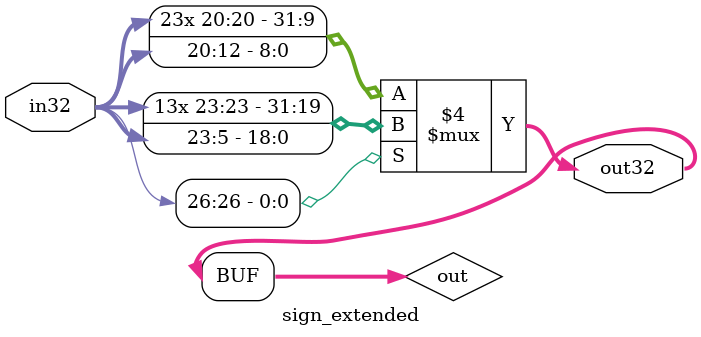
<source format=sv>
/***************************************************************************************************
will sign extended 9 bits to 32 bit values
***************************************************************************************************/


module sign_extended(in32, out32);
	input wire [31:0] in32;
	output wire[31:0] out32;

	reg[31:0]  out;
	assign out32 = out;

	always @ (in32) begin
		if (in32[26] == 1'b1) // means branch
			out = {{13 {in32[23]}}, in32[23:5]};
		else // means store or load
			out = {{23 {in32[20]}}, in32[20:12]};
	end
endmodule

/*
module tb_sign_extended;
	reg[31:0] in32;
	wire[31:0] out;

	sign_extended u0(
		.in32(in32),
		.out32(out)
	);


	initial begin
		in32[26] = 1'b0;
		in32[20:12] = 9'b101001011;
		#10;
		$display("input %b, output %b", in32, out);

		in32[26] = 1'b0;
		in32[20:12] = 9'b001001011;
		#10;
		$display("input %b, output %b", in32, out);

		$display("----");
		
		in32[26] = 1'b1;
		in32[23:5] = 19'b1010010111011010000;
		#10;
		$display("input %b, output %b", in32, out);

		in32[26] = 1'b1;
		in32[23:5] = 19'b0010010111011010000;
		#10;
		$display("input %b, output %b", in32, out);


	end

endmodule
*/

</source>
